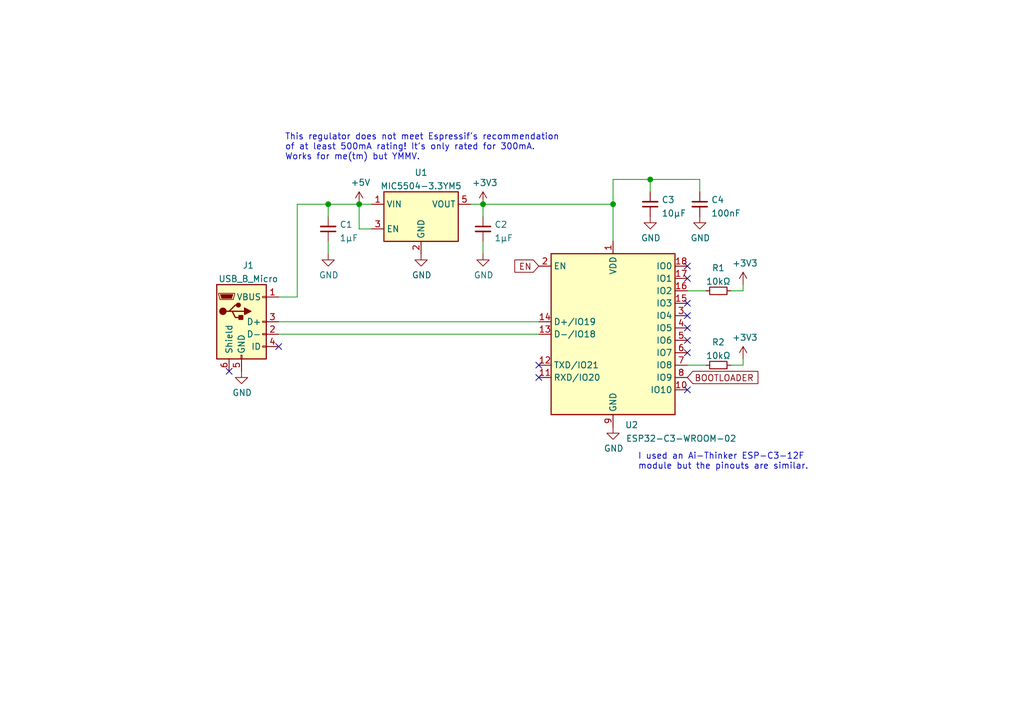
<source format=kicad_sch>
(kicad_sch (version 20210621) (generator eeschema)
  (paper "A5")
  (title_block (title "ESP32-C3 minimal") (date "2021-09-03") (rev "1.0") (company "ansemjo") (comment 3 "ESP32-C3 module working and program it over USB.") (comment 4 "Bare minimal external components to get an"))
  (lib_symbols
    (symbol "Connector:USB_B_Micro" (pin_names (offset 1.016))
      (property "Reference" "J" (at -5.08 11.43 0))
      (property "Value" "USB_B_Micro" (at -5.08 8.89 0))
      (symbol "USB_B_Micro_0_1"
        (circle (center -3.81 2.159) (radius 0.635) (stroke (width 0.254)) (fill (type outline)))
        (circle (center -0.635 3.429) (radius 0.381) (stroke (width 0.254)) (fill (type outline)))
        (rectangle (start -0.127 -7.62) (end 0.127 -6.858))
        (rectangle (start 5.08 -5.207) (end 4.318 -4.953))
        (rectangle (start 5.08 -2.667) (end 4.318 -2.413))
        (rectangle (start 5.08 -0.127) (end 4.318 0.127))
        (rectangle (start 5.08 4.953) (end 4.318 5.207))
        (rectangle (start 0.254 1.27) (end -0.508 0.508) (stroke (width 0.254)) (fill (type outline)))
        (rectangle (start -5.08 -7.62) (end 5.08 7.62) (stroke (width 0.254)) (fill (type background)))
        (polyline (pts (xy -1.905 2.159) (xy 0.635 2.159)) (stroke (width 0.254)))
        (polyline (pts (xy -3.175 2.159) (xy -2.54 2.159) (xy -1.27 3.429) (xy -0.635 3.429)) (stroke (width 0.254)))
        (polyline (pts (xy -2.54 2.159) (xy -1.905 2.159) (xy -1.27 0.889) (xy 0 0.889)) (stroke (width 0.254)))
        (polyline (pts (xy -4.699 5.842) (xy -4.699 5.588) (xy -4.445 4.826) (xy -4.445 4.572) (xy -1.651 4.572) (xy -1.651 4.826) (xy -1.397 5.588) (xy -1.397 5.842) (xy -4.699 5.842)))
        (polyline (pts (xy 0.635 2.794) (xy 0.635 1.524) (xy 1.905 2.159) (xy 0.635 2.794)) (stroke (width 0.254)) (fill (type outline)))
        (polyline (pts (xy -4.318 5.588) (xy -1.778 5.588) (xy -2.032 4.826) (xy -4.064 4.826) (xy -4.318 5.588)) (fill (type outline)))
      )
      (symbol "USB_B_Micro_1_1"
        (pin power_out line (at 7.62 5.08 180) (length 2.54) (name "VBUS") (number "1"))
        (pin bidirectional line (at 7.62 -2.54 180) (length 2.54) (name "D-") (number "2"))
        (pin bidirectional line (at 7.62 0 180) (length 2.54) (name "D+") (number "3"))
        (pin passive line (at 7.62 -5.08 180) (length 2.54) (name "ID") (number "4"))
        (pin power_out line (at 0 -10.16 90) (length 2.54) (name "GND") (number "5"))
        (pin passive line (at -2.54 -10.16 90) (length 2.54) (name "Shield") (number "6"))
      )
    )
    (symbol "Device:C_Small" (pin_numbers hide) (pin_names (offset 0.254) hide)
      (property "Reference" "C" (at 0.254 1.778 0))
      (property "Value" "C_Small" (at 0.254 -2.032 0))
      (symbol "C_Small_0_1"
        (polyline (pts (xy -1.524 -0.508) (xy 1.524 -0.508)) (stroke (width 0.3302)))
        (polyline (pts (xy -1.524 0.508) (xy 1.524 0.508)) (stroke (width 0.3048)))
      )
      (symbol "C_Small_1_1"
        (pin passive line (at 0 2.54 270) (length 2.032) (name "~") (number "1"))
        (pin passive line (at 0 -2.54 90) (length 2.032) (name "~") (number "2"))
      )
    )
    (symbol "Device:R_Small" (pin_numbers hide) (pin_names (offset 0.254) hide)
      (property "Reference" "R" (at 0.762 0.508 0))
      (property "Value" "R_Small" (at 0.762 -1.016 0))
      (symbol "R_Small_0_1"
        (rectangle (start -0.762 1.778) (end 0.762 -1.778) (stroke (width 0.2032)))
      )
      (symbol "R_Small_1_1"
        (pin passive line (at 0 2.54 270) (length 0.762) (name "~") (number "1"))
        (pin passive line (at 0 -2.54 90) (length 0.762) (name "~") (number "2"))
      )
    )
    (symbol "Regulator_Linear:MIC5504-3.3YM5"
      (property "Reference" "U" (at -7.62 8.89 0))
      (property "Value" "MIC5504-3.3YM5" (at -7.62 6.35 0))
      (symbol "MIC5504-3.3YM5_0_1"
        (rectangle (start -7.62 -5.08) (end 7.62 5.08) (stroke (width 0.254)) (fill (type background)))
      )
      (symbol "MIC5504-3.3YM5_1_1"
        (pin power_in line (at -10.16 2.54 0) (length 2.54) (name "VIN") (number "1"))
        (pin power_in line (at 0 -7.62 90) (length 2.54) (name "GND") (number "2"))
        (pin input line (at -10.16 -2.54 0) (length 2.54) (name "EN") (number "3"))
        (pin no_connect line (at 7.62 -2.54 180) (length 2.54) hide (name "NC") (number "4"))
        (pin power_out line (at 10.16 2.54 180) (length 2.54) (name "VOUT") (number "5"))
      )
    )
    (symbol "local:ESP32-C3-WROOM-02"
      (property "Reference" "U4" (at 2.54 37.2406 0))
      (property "Value" "ESP32-C3-WROOM-02" (at 12.7 34.4655 0))
      (symbol "ESP32-C3-WROOM-02_0_1"
        (rectangle (start -12.7 33.02) (end 12.7 0) (stroke (width 0.254)) (fill (type background)))
      )
      (symbol "ESP32-C3-WROOM-02_1_1"
        (pin power_in line (at 0 35.56 270) (length 2.54) (name "VDD") (number "1"))
        (pin bidirectional line (at 15.24 5.08 180) (length 2.54) (name "IO10") (number "10"))
        (pin bidirectional line (at -15.24 7.62 0) (length 2.54) (name "RXD/IO20") (number "11"))
        (pin bidirectional line (at -15.24 10.16 0) (length 2.54) (name "TXD/IO21") (number "12"))
        (pin bidirectional line (at -15.24 16.51 0) (length 2.54) (name "D-/IO18") (number "13"))
        (pin bidirectional line (at -15.24 19.05 0) (length 2.54) (name "D+/IO19") (number "14"))
        (pin bidirectional line (at 15.24 22.86 180) (length 2.54) (name "IO3") (number "15"))
        (pin bidirectional line (at 15.24 25.4 180) (length 2.54) (name "IO2") (number "16"))
        (pin bidirectional line (at 15.24 27.94 180) (length 2.54) (name "IO1") (number "17"))
        (pin bidirectional line (at 15.24 30.48 180) (length 2.54) (name "IO0") (number "18"))
        (pin passive line (at 0 -2.54 90) (length 2.54) hide (name "GND") (number "19"))
        (pin input line (at -15.24 30.48 0) (length 2.54) (name "EN") (number "2"))
        (pin bidirectional line (at 15.24 20.32 180) (length 2.54) (name "IO4") (number "3"))
        (pin bidirectional line (at 15.24 17.78 180) (length 2.54) (name "IO5") (number "4"))
        (pin bidirectional line (at 15.24 15.24 180) (length 2.54) (name "IO6") (number "5"))
        (pin bidirectional line (at 15.24 12.7 180) (length 2.54) (name "IO7") (number "6"))
        (pin bidirectional line (at 15.24 10.16 180) (length 2.54) (name "IO8") (number "7"))
        (pin bidirectional line (at 15.24 7.62 180) (length 2.54) (name "IO9") (number "8"))
        (pin power_in line (at 0 -2.54 90) (length 2.54) (name "GND") (number "9"))
      )
    )
    (symbol "power:+3.3V" (power) (pin_names (offset 0))
      (property "Value" "+3.3V" (at 0 3.556 0))
      (symbol "+3.3V_0_1"
        (polyline (pts (xy -0.762 1.27) (xy 0 2.54)))
        (polyline (pts (xy 0 0) (xy 0 2.54)))
        (polyline (pts (xy 0 2.54) (xy 0.762 1.27)))
      )
      (symbol "+3.3V_1_1"
        (pin power_in line (at 0 0 90) (length 0) hide (name "+3V3") (number "1"))
      )
    )
    (symbol "power:+5V" (power) (pin_names (offset 0))
      (property "Value" "+5V" (at 0 3.556 0))
      (symbol "+5V_0_1"
        (polyline (pts (xy -0.762 1.27) (xy 0 2.54)))
        (polyline (pts (xy 0 0) (xy 0 2.54)))
        (polyline (pts (xy 0 2.54) (xy 0.762 1.27)))
      )
      (symbol "+5V_1_1"
        (pin power_in line (at 0 0 90) (length 0) hide (name "+5V") (number "1"))
      )
    )
    (symbol "power:GND" (power) (pin_names (offset 0))
      (property "Value" "GND" (at 0 -3.81 0))
      (symbol "GND_0_1"
        (polyline (pts (xy 0 0) (xy 0 -1.27) (xy 1.27 -1.27) (xy 0 -2.54) (xy -1.27 -1.27) (xy 0 -1.27)))
      )
      (symbol "GND_1_1"
        (pin power_in line (at 0 0 270) (length 0) hide (name "GND") (number "1"))
      )
    )
  )
  (junction (at 67.31 41.91) (diameter 1.016))
  (junction (at 73.66 41.91) (diameter 1.016))
  (junction (at 99.06 41.91) (diameter 1.016))
  (junction (at 125.73 41.91) (diameter 1.016))
  (junction (at 133.35 36.83) (diameter 1.016))
  (no_connect (at 46.99 76.2))
  (no_connect (at 57.15 71.12))
  (no_connect (at 110.49 74.93))
  (no_connect (at 110.49 77.47))
  (no_connect (at 140.97 54.61))
  (no_connect (at 140.97 57.15))
  (no_connect (at 140.97 62.23))
  (no_connect (at 140.97 64.77))
  (no_connect (at 140.97 67.31))
  (no_connect (at 140.97 69.85))
  (no_connect (at 140.97 72.39))
  (no_connect (at 140.97 80.01))
  (wire (pts (xy 57.15 66.04) (xy 110.49 66.04)))
  (wire (pts (xy 57.15 68.58) (xy 110.49 68.58)))
  (wire (pts (xy 60.96 41.91) (xy 60.96 60.96)))
  (wire (pts (xy 60.96 41.91) (xy 67.31 41.91)))
  (wire (pts (xy 60.96 60.96) (xy 57.15 60.96)))
  (wire (pts (xy 67.31 41.91) (xy 73.66 41.91)))
  (wire (pts (xy 67.31 44.45) (xy 67.31 41.91)))
  (wire (pts (xy 67.31 49.53) (xy 67.31 52.07)))
  (wire (pts (xy 73.66 41.91) (xy 76.2 41.91)))
  (wire (pts (xy 73.66 46.99) (xy 73.66 41.91)))
  (wire (pts (xy 73.66 46.99) (xy 76.2 46.99)))
  (wire (pts (xy 96.52 41.91) (xy 99.06 41.91)))
  (wire (pts (xy 99.06 41.91) (xy 99.06 44.45)))
  (wire (pts (xy 99.06 41.91) (xy 125.73 41.91)))
  (wire (pts (xy 99.06 49.53) (xy 99.06 52.07)))
  (wire (pts (xy 125.73 36.83) (xy 125.73 41.91)))
  (wire (pts (xy 125.73 41.91) (xy 125.73 49.53)))
  (wire (pts (xy 133.35 36.83) (xy 125.73 36.83)))
  (wire (pts (xy 133.35 36.83) (xy 133.35 39.37)))
  (wire (pts (xy 140.97 59.69) (xy 144.78 59.69)))
  (wire (pts (xy 140.97 74.93) (xy 144.78 74.93)))
  (wire (pts (xy 143.51 36.83) (xy 133.35 36.83)))
  (wire (pts (xy 143.51 39.37) (xy 143.51 36.83)))
  (wire (pts (xy 149.86 59.69) (xy 152.4 59.69)))
  (wire (pts (xy 149.86 74.93) (xy 152.4 74.93)))
  (wire (pts (xy 152.4 58.42) (xy 152.4 59.69)))
  (wire (pts (xy 152.4 73.66) (xy 152.4 74.93)))
  (text "This regulator does not meet Espressif's recommendation\nof at least 500mA rating! It's only rated for 300mA.\nWorks for me(tm) but YMMV." (at 58.42 33.02 0) (effects (font (size 1.27 1.27)) (justify left bottom)))
  (text "I used an Ai-Thinker ESP-C3-12F\nmodule but the pinouts are similar." (at 130.81 96.52 0) (effects (font (size 1.27 1.27)) (justify left bottom)))
  (global_label "EN" (shape input) (at 110.49 54.61 180) (property "Intersheet References" "${INTERSHEET_REFS}" (effects hide)))
  (global_label "BOOTLOADER" (shape input) (at 140.97 77.47 0) (property "Intersheet References" "${INTERSHEET_REFS}" (effects hide)))
  (symbol (lib_id "power:+5V") (at 73.66 41.91 0) (unit 1)
    (property "Reference" "#PWR03" (effects hide))
    (property "Value" "+5V" (at 71.911 37.465 0) (effects (justify left)))
  )
  (symbol (lib_id "power:+3.3V") (at 99.06 41.91 0) (unit 1)
    (property "Reference" "#PWR05" (effects hide))
    (property "Value" "+3.3V" (at 99.441 37.5158 0))
  )
  (symbol (lib_id "power:+3.3V") (at 152.4 58.42 0) (unit 1)
    (property "Reference" "#PWR010" (effects hide))
    (property "Value" "+3.3V" (at 152.781 54.0258 0))
  )
  (symbol (lib_id "power:+3.3V") (at 152.4 73.66 0) (unit 1)
    (property "Reference" "#PWR011" (effects hide))
    (property "Value" "+3.3V" (at 152.781 69.2658 0))
  )
  (symbol (lib_id "power:GND") (at 49.53 76.2 0) (unit 1)
    (property "Reference" "#PWR01" (effects hide))
    (property "Value" "GND" (at 49.657 80.5942 0))
  )
  (symbol (lib_id "power:GND") (at 67.31 52.07 0) (unit 1)
    (property "Reference" "#PWR02" (effects hide))
    (property "Value" "GND" (at 67.437 56.4642 0))
  )
  (symbol (lib_id "power:GND") (at 86.36 52.07 0) (unit 1)
    (property "Reference" "#PWR04" (effects hide))
    (property "Value" "GND" (at 86.487 56.4642 0))
  )
  (symbol (lib_id "power:GND") (at 99.06 52.07 0) (unit 1)
    (property "Reference" "#PWR06" (effects hide))
    (property "Value" "GND" (at 99.187 56.4642 0))
  )
  (symbol (lib_id "power:GND") (at 125.73 87.63 0) (unit 1)
    (property "Reference" "#PWR07" (effects hide))
    (property "Value" "GND" (at 125.857 92.0242 0))
  )
  (symbol (lib_id "power:GND") (at 133.35 44.45 0) (unit 1)
    (property "Reference" "#PWR08" (effects hide))
    (property "Value" "GND" (at 133.477 48.8442 0))
  )
  (symbol (lib_id "power:GND") (at 143.51 44.45 0) (unit 1)
    (property "Reference" "#PWR09" (effects hide))
    (property "Value" "GND" (at 143.637 48.8442 0))
  )
  (symbol (lib_id "Device:R_Small") (at 147.32 59.69 90) (unit 1)
    (property "Reference" "R1" (at 147.32 54.9868 90))
    (property "Value" "10kΩ" (at 147.32 57.7619 90))
  )
  (symbol (lib_id "Device:R_Small") (at 147.32 74.93 90) (unit 1)
    (property "Reference" "R2" (at 147.32 70.2268 90))
    (property "Value" "10kΩ" (at 147.32 73.0019 90))
  )
  (symbol (lib_id "Device:C_Small") (at 67.31 46.99 180) (unit 1)
    (property "Reference" "C1" (at 69.6342 46.0815 0) (effects (justify right)))
    (property "Value" "1µF" (at 69.6342 48.8566 0) (effects (justify right)))
  )
  (symbol (lib_id "Device:C_Small") (at 99.06 46.99 0) (unit 1)
    (property "Reference" "C2" (at 101.3842 46.0815 0) (effects (justify left)))
    (property "Value" "1µF" (at 101.3842 48.8566 0) (effects (justify left)))
  )
  (symbol (lib_id "Device:C_Small") (at 133.35 41.91 180) (unit 1)
    (property "Reference" "C3" (at 135.6742 41.0015 0) (effects (justify right)))
    (property "Value" "10µF" (at 135.6742 43.7766 0) (effects (justify right)))
  )
  (symbol (lib_id "Device:C_Small") (at 143.51 41.91 0) (unit 1)
    (property "Reference" "C4" (at 145.8342 41.0015 0) (effects (justify left)))
    (property "Value" "100nF" (at 145.8342 43.7766 0) (effects (justify left)))
  )
  (symbol (lib_id "Connector:USB_B_Micro") (at 49.53 66.04 0) (unit 1)
    (property "Reference" "J1" (at 50.927 54.4534 0))
    (property "Value" "USB_B_Micro" (at 50.927 57.2285 0))
  )
  (symbol (lib_id "Regulator_Linear:MIC5504-3.3YM5") (at 86.36 44.45 0) (unit 1)
    (property "Reference" "U1" (at 86.36 35.4034 0))
    (property "Value" "MIC5504-3.3YM5" (at 86.36 38.1785 0))
    (property "Footprint" "Package_TO_SOT_SMD:SOT-23-5" (effects hide))
    (property "Datasheet" "http://ww1.microchip.com/downloads/en/DeviceDoc/MIC550X.pdf" (effects hide))
  )
  (symbol (lib_id "local:ESP32-C3-WROOM-02") (at 125.73 85.09 0) (unit 1)
    (property "Reference" "U2" (at 129.54 87.2194 0))
    (property "Value" "ESP32-C3-WROOM-02" (at 139.7 89.9945 0))
    (property "Footprint" "RF_Module:ESP-WROOM-02" (effects hide))
    (property "Datasheet" "https://www.espressif.com/sites/default/files/documentation/esp32-c3-wroom-02_datasheet_en.pdf" (effects hide))
  )
)
</source>
